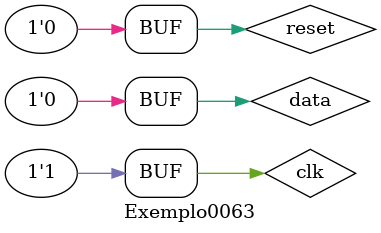
<source format=v>

`include "flip_flop_d.v"

module reg_desloc_dir4(output [4:0]saida, input data, input clk, input reset);

wire s0, d1, d2, d3, d4, data_n;

or or1(s0, saida[0], data);
not not1(data_n, data);

//Declaração das portas
and and1(d1, saida[4], data_n);
and and2(d2, saida[3], data_n);
and and3(d3, saida[2], data_n);
and and4(d4, saida[1], data_n);

//Chamada dos flip-flops
flip_flop_d fpd1(saida[4], s0, clk, reset);
flip_flop_d fpd2(saida[3], d1, clk, reset);
flip_flop_d fpd3(saida[2], d2, clk, reset);
flip_flop_d fpd4(saida[1], d3, clk, reset);
flip_flop_d fpd5(saida[0], d4, clk, reset);

endmodule //reg_desloc_dir

// ----------------
// Exemplo0063
// ----------------
module Exemplo0063;

//----------------- Definir dados
reg data, reset, clk;
wire [4:0]saida;

// ---------------- Instância
 reg_desloc_dir4 rdd4(saida, data, clk, reset);

// ---------------- Preparação
 initial begin: start
  data = 1'b1;
  reset = 1'b0;
  clk = 1'b1;
 end

// ----------------- Parte principal
 initial begin: main
  $display("Exemplo0063 - Josemar Alves Caetano - 448662.");
  $display("Teste Registrador de deslocamento para direita em anel torcido circular.");

  $monitor("Saida: %b%b%b%b%b", saida[0], saida[1], saida[2], saida[3], saida[4],);

 #1 data = 1'b0; clk = 1'b0;
 #1 data = 1'b0; clk = 1'b1;
 #1 data = 1'b0; clk = 1'b0;
 #1 data = 1'b0; clk = 1'b1;
 #1 data = 1'b0; clk = 1'b0;
 #1 data = 1'b0; clk = 1'b1;
 #1 data = 1'b0; clk = 1'b0;
 #1 data = 1'b0; clk = 1'b1;
 #1 data = 1'b0;
 #1 data = 1'b0; clk = 1'b0;
 #1 data = 1'b0; clk = 1'b1;
 #1 data = 1'b0; clk = 1'b0;
 #1 data = 1'b0; clk = 1'b1;
 #1 data = 1'b0; clk = 1'b0;
 #1 data = 1'b0; clk = 1'b1;
 #1 data = 1'b0; clk = 1'b0;
 #1 data = 1'b0; clk = 1'b1;
 #1 data = 1'b0; clk = 1'b0;
 #1 data = 1'b0; clk = 1'b1;

end

endmodule //Exemplo0063



</source>
